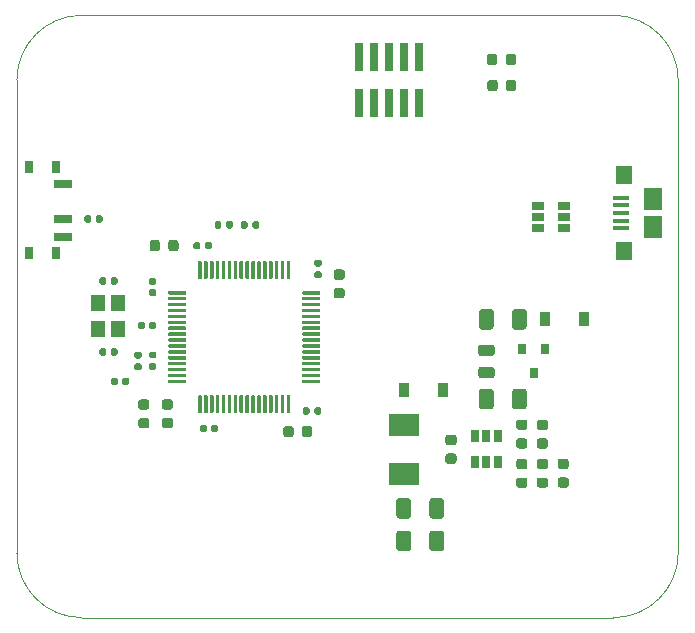
<source format=gbr>
%TF.GenerationSoftware,KiCad,Pcbnew,5.1.10-88a1d61d58~90~ubuntu21.04.1*%
%TF.CreationDate,2021-07-25T10:33:28+05:30*%
%TF.ProjectId,_autosave-STM tinker,5f617574-6f73-4617-9665-2d53544d2074,rev?*%
%TF.SameCoordinates,Original*%
%TF.FileFunction,Paste,Top*%
%TF.FilePolarity,Positive*%
%FSLAX46Y46*%
G04 Gerber Fmt 4.6, Leading zero omitted, Abs format (unit mm)*
G04 Created by KiCad (PCBNEW 5.1.10-88a1d61d58~90~ubuntu21.04.1) date 2021-07-25 10:33:28*
%MOMM*%
%LPD*%
G01*
G04 APERTURE LIST*
%TA.AperFunction,Profile*%
%ADD10C,0.050000*%
%TD*%
%ADD11R,1.500000X0.700000*%
%ADD12R,0.800000X1.000000*%
%ADD13R,0.740000X2.400000*%
%ADD14R,0.900000X1.200000*%
%ADD15R,1.350000X0.400000*%
%ADD16R,1.400000X1.600000*%
%ADD17R,1.600000X1.900000*%
%ADD18R,2.500000X1.900000*%
%ADD19R,0.800000X0.900000*%
%ADD20R,0.650000X1.060000*%
%ADD21R,1.060000X0.650000*%
%ADD22R,1.200000X1.400000*%
G04 APERTURE END LIST*
D10*
X30750000Y-41000000D02*
G75*
G02*
X36250000Y-35500000I5500000J0D01*
G01*
X36250000Y-86500000D02*
G75*
G02*
X30750000Y-81000000I0J5500000D01*
G01*
X86750000Y-81000000D02*
G75*
G02*
X81250000Y-86500000I-5500000J0D01*
G01*
X81250000Y-35500000D02*
G75*
G02*
X86750000Y-41000000I0J-5500000D01*
G01*
X30750000Y-81000000D02*
X30750000Y-41000000D01*
X81250000Y-86500000D02*
X36250000Y-86500000D01*
X86750000Y-41000000D02*
X86750000Y-81000000D01*
X36250000Y-35500000D02*
X81250000Y-35500000D01*
D11*
%TO.C,SW1*%
X34680000Y-49750000D03*
X34680000Y-52750000D03*
X34680000Y-54250000D03*
D12*
X31820000Y-48350000D03*
X31820000Y-55650000D03*
X34030000Y-55650000D03*
X34030000Y-48350000D03*
%TD*%
D13*
%TO.C,J2*%
X59710000Y-42950000D03*
X59710000Y-39050000D03*
X60980000Y-42950000D03*
X60980000Y-39050000D03*
X62250000Y-42950000D03*
X62250000Y-39050000D03*
X63520000Y-42950000D03*
X63520000Y-39050000D03*
X64790000Y-42950000D03*
X64790000Y-39050000D03*
%TD*%
%TO.C,C1*%
G36*
G01*
X69875000Y-68625000D02*
X69875000Y-67375000D01*
G75*
G02*
X70125000Y-67125000I250000J0D01*
G01*
X70875000Y-67125000D01*
G75*
G02*
X71125000Y-67375000I0J-250000D01*
G01*
X71125000Y-68625000D01*
G75*
G02*
X70875000Y-68875000I-250000J0D01*
G01*
X70125000Y-68875000D01*
G75*
G02*
X69875000Y-68625000I0J250000D01*
G01*
G37*
G36*
G01*
X72675000Y-68625000D02*
X72675000Y-67375000D01*
G75*
G02*
X72925000Y-67125000I250000J0D01*
G01*
X73675000Y-67125000D01*
G75*
G02*
X73925000Y-67375000I0J-250000D01*
G01*
X73925000Y-68625000D01*
G75*
G02*
X73675000Y-68875000I-250000J0D01*
G01*
X72925000Y-68875000D01*
G75*
G02*
X72675000Y-68625000I0J250000D01*
G01*
G37*
%TD*%
%TO.C,C2*%
G36*
G01*
X62875000Y-77875000D02*
X62875000Y-76625000D01*
G75*
G02*
X63125000Y-76375000I250000J0D01*
G01*
X63875000Y-76375000D01*
G75*
G02*
X64125000Y-76625000I0J-250000D01*
G01*
X64125000Y-77875000D01*
G75*
G02*
X63875000Y-78125000I-250000J0D01*
G01*
X63125000Y-78125000D01*
G75*
G02*
X62875000Y-77875000I0J250000D01*
G01*
G37*
G36*
G01*
X65675000Y-77875000D02*
X65675000Y-76625000D01*
G75*
G02*
X65925000Y-76375000I250000J0D01*
G01*
X66675000Y-76375000D01*
G75*
G02*
X66925000Y-76625000I0J-250000D01*
G01*
X66925000Y-77875000D01*
G75*
G02*
X66675000Y-78125000I-250000J0D01*
G01*
X65925000Y-78125000D01*
G75*
G02*
X65675000Y-77875000I0J250000D01*
G01*
G37*
%TD*%
%TO.C,C3*%
G36*
G01*
X65675000Y-80625000D02*
X65675000Y-79375000D01*
G75*
G02*
X65925000Y-79125000I250000J0D01*
G01*
X66675000Y-79125000D01*
G75*
G02*
X66925000Y-79375000I0J-250000D01*
G01*
X66925000Y-80625000D01*
G75*
G02*
X66675000Y-80875000I-250000J0D01*
G01*
X65925000Y-80875000D01*
G75*
G02*
X65675000Y-80625000I0J250000D01*
G01*
G37*
G36*
G01*
X62875000Y-80625000D02*
X62875000Y-79375000D01*
G75*
G02*
X63125000Y-79125000I250000J0D01*
G01*
X63875000Y-79125000D01*
G75*
G02*
X64125000Y-79375000I0J-250000D01*
G01*
X64125000Y-80625000D01*
G75*
G02*
X63875000Y-80875000I-250000J0D01*
G01*
X63125000Y-80875000D01*
G75*
G02*
X62875000Y-80625000I0J250000D01*
G01*
G37*
%TD*%
%TO.C,C4*%
G36*
G01*
X67243750Y-71025000D02*
X67756250Y-71025000D01*
G75*
G02*
X67975000Y-71243750I0J-218750D01*
G01*
X67975000Y-71681250D01*
G75*
G02*
X67756250Y-71900000I-218750J0D01*
G01*
X67243750Y-71900000D01*
G75*
G02*
X67025000Y-71681250I0J218750D01*
G01*
X67025000Y-71243750D01*
G75*
G02*
X67243750Y-71025000I218750J0D01*
G01*
G37*
G36*
G01*
X67243750Y-72600000D02*
X67756250Y-72600000D01*
G75*
G02*
X67975000Y-72818750I0J-218750D01*
G01*
X67975000Y-73256250D01*
G75*
G02*
X67756250Y-73475000I-218750J0D01*
G01*
X67243750Y-73475000D01*
G75*
G02*
X67025000Y-73256250I0J218750D01*
G01*
X67025000Y-72818750D01*
G75*
G02*
X67243750Y-72600000I218750J0D01*
G01*
G37*
%TD*%
%TO.C,C5*%
G36*
G01*
X42862500Y-54743750D02*
X42862500Y-55256250D01*
G75*
G02*
X42643750Y-55475000I-218750J0D01*
G01*
X42206250Y-55475000D01*
G75*
G02*
X41987500Y-55256250I0J218750D01*
G01*
X41987500Y-54743750D01*
G75*
G02*
X42206250Y-54525000I218750J0D01*
G01*
X42643750Y-54525000D01*
G75*
G02*
X42862500Y-54743750I0J-218750D01*
G01*
G37*
G36*
G01*
X44437500Y-54743750D02*
X44437500Y-55256250D01*
G75*
G02*
X44218750Y-55475000I-218750J0D01*
G01*
X43781250Y-55475000D01*
G75*
G02*
X43562500Y-55256250I0J218750D01*
G01*
X43562500Y-54743750D01*
G75*
G02*
X43781250Y-54525000I218750J0D01*
G01*
X44218750Y-54525000D01*
G75*
G02*
X44437500Y-54743750I0J-218750D01*
G01*
G37*
%TD*%
%TO.C,C6*%
G36*
G01*
X42422500Y-58325000D02*
X42077500Y-58325000D01*
G75*
G02*
X41930000Y-58177500I0J147500D01*
G01*
X41930000Y-57882500D01*
G75*
G02*
X42077500Y-57735000I147500J0D01*
G01*
X42422500Y-57735000D01*
G75*
G02*
X42570000Y-57882500I0J-147500D01*
G01*
X42570000Y-58177500D01*
G75*
G02*
X42422500Y-58325000I-147500J0D01*
G01*
G37*
G36*
G01*
X42422500Y-59295000D02*
X42077500Y-59295000D01*
G75*
G02*
X41930000Y-59147500I0J147500D01*
G01*
X41930000Y-58852500D01*
G75*
G02*
X42077500Y-58705000I147500J0D01*
G01*
X42422500Y-58705000D01*
G75*
G02*
X42570000Y-58852500I0J-147500D01*
G01*
X42570000Y-59147500D01*
G75*
G02*
X42422500Y-59295000I-147500J0D01*
G01*
G37*
%TD*%
%TO.C,C7*%
G36*
G01*
X47795000Y-70327500D02*
X47795000Y-70672500D01*
G75*
G02*
X47647500Y-70820000I-147500J0D01*
G01*
X47352500Y-70820000D01*
G75*
G02*
X47205000Y-70672500I0J147500D01*
G01*
X47205000Y-70327500D01*
G75*
G02*
X47352500Y-70180000I147500J0D01*
G01*
X47647500Y-70180000D01*
G75*
G02*
X47795000Y-70327500I0J-147500D01*
G01*
G37*
G36*
G01*
X46825000Y-70327500D02*
X46825000Y-70672500D01*
G75*
G02*
X46677500Y-70820000I-147500J0D01*
G01*
X46382500Y-70820000D01*
G75*
G02*
X46235000Y-70672500I0J147500D01*
G01*
X46235000Y-70327500D01*
G75*
G02*
X46382500Y-70180000I147500J0D01*
G01*
X46677500Y-70180000D01*
G75*
G02*
X46825000Y-70327500I0J-147500D01*
G01*
G37*
%TD*%
%TO.C,C8*%
G36*
G01*
X55925000Y-69172500D02*
X55925000Y-68827500D01*
G75*
G02*
X56072500Y-68680000I147500J0D01*
G01*
X56367500Y-68680000D01*
G75*
G02*
X56515000Y-68827500I0J-147500D01*
G01*
X56515000Y-69172500D01*
G75*
G02*
X56367500Y-69320000I-147500J0D01*
G01*
X56072500Y-69320000D01*
G75*
G02*
X55925000Y-69172500I0J147500D01*
G01*
G37*
G36*
G01*
X54955000Y-69172500D02*
X54955000Y-68827500D01*
G75*
G02*
X55102500Y-68680000I147500J0D01*
G01*
X55397500Y-68680000D01*
G75*
G02*
X55545000Y-68827500I0J-147500D01*
G01*
X55545000Y-69172500D01*
G75*
G02*
X55397500Y-69320000I-147500J0D01*
G01*
X55102500Y-69320000D01*
G75*
G02*
X54955000Y-69172500I0J147500D01*
G01*
G37*
%TD*%
%TO.C,C9*%
G36*
G01*
X56422500Y-57765000D02*
X56077500Y-57765000D01*
G75*
G02*
X55930000Y-57617500I0J147500D01*
G01*
X55930000Y-57322500D01*
G75*
G02*
X56077500Y-57175000I147500J0D01*
G01*
X56422500Y-57175000D01*
G75*
G02*
X56570000Y-57322500I0J-147500D01*
G01*
X56570000Y-57617500D01*
G75*
G02*
X56422500Y-57765000I-147500J0D01*
G01*
G37*
G36*
G01*
X56422500Y-56795000D02*
X56077500Y-56795000D01*
G75*
G02*
X55930000Y-56647500I0J147500D01*
G01*
X55930000Y-56352500D01*
G75*
G02*
X56077500Y-56205000I147500J0D01*
G01*
X56422500Y-56205000D01*
G75*
G02*
X56570000Y-56352500I0J-147500D01*
G01*
X56570000Y-56647500D01*
G75*
G02*
X56422500Y-56795000I-147500J0D01*
G01*
G37*
%TD*%
%TO.C,C10*%
G36*
G01*
X46675000Y-55172500D02*
X46675000Y-54827500D01*
G75*
G02*
X46822500Y-54680000I147500J0D01*
G01*
X47117500Y-54680000D01*
G75*
G02*
X47265000Y-54827500I0J-147500D01*
G01*
X47265000Y-55172500D01*
G75*
G02*
X47117500Y-55320000I-147500J0D01*
G01*
X46822500Y-55320000D01*
G75*
G02*
X46675000Y-55172500I0J147500D01*
G01*
G37*
G36*
G01*
X45705000Y-55172500D02*
X45705000Y-54827500D01*
G75*
G02*
X45852500Y-54680000I147500J0D01*
G01*
X46147500Y-54680000D01*
G75*
G02*
X46295000Y-54827500I0J-147500D01*
G01*
X46295000Y-55172500D01*
G75*
G02*
X46147500Y-55320000I-147500J0D01*
G01*
X45852500Y-55320000D01*
G75*
G02*
X45705000Y-55172500I0J147500D01*
G01*
G37*
%TD*%
%TO.C,C11*%
G36*
G01*
X41172500Y-65545000D02*
X40827500Y-65545000D01*
G75*
G02*
X40680000Y-65397500I0J147500D01*
G01*
X40680000Y-65102500D01*
G75*
G02*
X40827500Y-64955000I147500J0D01*
G01*
X41172500Y-64955000D01*
G75*
G02*
X41320000Y-65102500I0J-147500D01*
G01*
X41320000Y-65397500D01*
G75*
G02*
X41172500Y-65545000I-147500J0D01*
G01*
G37*
G36*
G01*
X41172500Y-64575000D02*
X40827500Y-64575000D01*
G75*
G02*
X40680000Y-64427500I0J147500D01*
G01*
X40680000Y-64132500D01*
G75*
G02*
X40827500Y-63985000I147500J0D01*
G01*
X41172500Y-63985000D01*
G75*
G02*
X41320000Y-64132500I0J-147500D01*
G01*
X41320000Y-64427500D01*
G75*
G02*
X41172500Y-64575000I-147500J0D01*
G01*
G37*
%TD*%
%TO.C,C12*%
G36*
G01*
X42422500Y-65530000D02*
X42077500Y-65530000D01*
G75*
G02*
X41930000Y-65382500I0J147500D01*
G01*
X41930000Y-65087500D01*
G75*
G02*
X42077500Y-64940000I147500J0D01*
G01*
X42422500Y-64940000D01*
G75*
G02*
X42570000Y-65087500I0J-147500D01*
G01*
X42570000Y-65382500D01*
G75*
G02*
X42422500Y-65530000I-147500J0D01*
G01*
G37*
G36*
G01*
X42422500Y-64560000D02*
X42077500Y-64560000D01*
G75*
G02*
X41930000Y-64412500I0J147500D01*
G01*
X41930000Y-64117500D01*
G75*
G02*
X42077500Y-63970000I147500J0D01*
G01*
X42422500Y-63970000D01*
G75*
G02*
X42570000Y-64117500I0J-147500D01*
G01*
X42570000Y-64412500D01*
G75*
G02*
X42422500Y-64560000I-147500J0D01*
G01*
G37*
%TD*%
%TO.C,C13*%
G36*
G01*
X53312500Y-71006250D02*
X53312500Y-70493750D01*
G75*
G02*
X53531250Y-70275000I218750J0D01*
G01*
X53968750Y-70275000D01*
G75*
G02*
X54187500Y-70493750I0J-218750D01*
G01*
X54187500Y-71006250D01*
G75*
G02*
X53968750Y-71225000I-218750J0D01*
G01*
X53531250Y-71225000D01*
G75*
G02*
X53312500Y-71006250I0J218750D01*
G01*
G37*
G36*
G01*
X54887500Y-71006250D02*
X54887500Y-70493750D01*
G75*
G02*
X55106250Y-70275000I218750J0D01*
G01*
X55543750Y-70275000D01*
G75*
G02*
X55762500Y-70493750I0J-218750D01*
G01*
X55762500Y-71006250D01*
G75*
G02*
X55543750Y-71225000I-218750J0D01*
G01*
X55106250Y-71225000D01*
G75*
G02*
X54887500Y-71006250I0J218750D01*
G01*
G37*
%TD*%
%TO.C,C14*%
G36*
G01*
X58293750Y-57900000D02*
X57781250Y-57900000D01*
G75*
G02*
X57562500Y-57681250I0J218750D01*
G01*
X57562500Y-57243750D01*
G75*
G02*
X57781250Y-57025000I218750J0D01*
G01*
X58293750Y-57025000D01*
G75*
G02*
X58512500Y-57243750I0J-218750D01*
G01*
X58512500Y-57681250D01*
G75*
G02*
X58293750Y-57900000I-218750J0D01*
G01*
G37*
G36*
G01*
X58293750Y-59475000D02*
X57781250Y-59475000D01*
G75*
G02*
X57562500Y-59256250I0J218750D01*
G01*
X57562500Y-58818750D01*
G75*
G02*
X57781250Y-58600000I218750J0D01*
G01*
X58293750Y-58600000D01*
G75*
G02*
X58512500Y-58818750I0J-218750D01*
G01*
X58512500Y-59256250D01*
G75*
G02*
X58293750Y-59475000I-218750J0D01*
G01*
G37*
%TD*%
%TO.C,C15*%
G36*
G01*
X38690000Y-58172500D02*
X38690000Y-57827500D01*
G75*
G02*
X38837500Y-57680000I147500J0D01*
G01*
X39132500Y-57680000D01*
G75*
G02*
X39280000Y-57827500I0J-147500D01*
G01*
X39280000Y-58172500D01*
G75*
G02*
X39132500Y-58320000I-147500J0D01*
G01*
X38837500Y-58320000D01*
G75*
G02*
X38690000Y-58172500I0J147500D01*
G01*
G37*
G36*
G01*
X37720000Y-58172500D02*
X37720000Y-57827500D01*
G75*
G02*
X37867500Y-57680000I147500J0D01*
G01*
X38162500Y-57680000D01*
G75*
G02*
X38310000Y-57827500I0J-147500D01*
G01*
X38310000Y-58172500D01*
G75*
G02*
X38162500Y-58320000I-147500J0D01*
G01*
X37867500Y-58320000D01*
G75*
G02*
X37720000Y-58172500I0J147500D01*
G01*
G37*
%TD*%
%TO.C,C16*%
G36*
G01*
X39280000Y-63827500D02*
X39280000Y-64172500D01*
G75*
G02*
X39132500Y-64320000I-147500J0D01*
G01*
X38837500Y-64320000D01*
G75*
G02*
X38690000Y-64172500I0J147500D01*
G01*
X38690000Y-63827500D01*
G75*
G02*
X38837500Y-63680000I147500J0D01*
G01*
X39132500Y-63680000D01*
G75*
G02*
X39280000Y-63827500I0J-147500D01*
G01*
G37*
G36*
G01*
X38310000Y-63827500D02*
X38310000Y-64172500D01*
G75*
G02*
X38162500Y-64320000I-147500J0D01*
G01*
X37867500Y-64320000D01*
G75*
G02*
X37720000Y-64172500I0J147500D01*
G01*
X37720000Y-63827500D01*
G75*
G02*
X37867500Y-63680000I147500J0D01*
G01*
X38162500Y-63680000D01*
G75*
G02*
X38310000Y-63827500I0J-147500D01*
G01*
G37*
%TD*%
D14*
%TO.C,D1*%
X78800000Y-61250000D03*
X75500000Y-61250000D03*
%TD*%
%TO.C,D2*%
X63500000Y-67250000D03*
X66800000Y-67250000D03*
%TD*%
%TO.C,D3*%
G36*
G01*
X71437500Y-38993750D02*
X71437500Y-39506250D01*
G75*
G02*
X71218750Y-39725000I-218750J0D01*
G01*
X70781250Y-39725000D01*
G75*
G02*
X70562500Y-39506250I0J218750D01*
G01*
X70562500Y-38993750D01*
G75*
G02*
X70781250Y-38775000I218750J0D01*
G01*
X71218750Y-38775000D01*
G75*
G02*
X71437500Y-38993750I0J-218750D01*
G01*
G37*
G36*
G01*
X73012500Y-38993750D02*
X73012500Y-39506250D01*
G75*
G02*
X72793750Y-39725000I-218750J0D01*
G01*
X72356250Y-39725000D01*
G75*
G02*
X72137500Y-39506250I0J218750D01*
G01*
X72137500Y-38993750D01*
G75*
G02*
X72356250Y-38775000I218750J0D01*
G01*
X72793750Y-38775000D01*
G75*
G02*
X73012500Y-38993750I0J-218750D01*
G01*
G37*
%TD*%
%TO.C,D4*%
G36*
G01*
X43756250Y-70475000D02*
X43243750Y-70475000D01*
G75*
G02*
X43025000Y-70256250I0J218750D01*
G01*
X43025000Y-69818750D01*
G75*
G02*
X43243750Y-69600000I218750J0D01*
G01*
X43756250Y-69600000D01*
G75*
G02*
X43975000Y-69818750I0J-218750D01*
G01*
X43975000Y-70256250D01*
G75*
G02*
X43756250Y-70475000I-218750J0D01*
G01*
G37*
G36*
G01*
X43756250Y-68900000D02*
X43243750Y-68900000D01*
G75*
G02*
X43025000Y-68681250I0J218750D01*
G01*
X43025000Y-68243750D01*
G75*
G02*
X43243750Y-68025000I218750J0D01*
G01*
X43756250Y-68025000D01*
G75*
G02*
X43975000Y-68243750I0J-218750D01*
G01*
X43975000Y-68681250D01*
G75*
G02*
X43756250Y-68900000I-218750J0D01*
G01*
G37*
%TD*%
%TO.C,F1*%
G36*
G01*
X69875000Y-61875000D02*
X69875000Y-60625000D01*
G75*
G02*
X70125000Y-60375000I250000J0D01*
G01*
X70875000Y-60375000D01*
G75*
G02*
X71125000Y-60625000I0J-250000D01*
G01*
X71125000Y-61875000D01*
G75*
G02*
X70875000Y-62125000I-250000J0D01*
G01*
X70125000Y-62125000D01*
G75*
G02*
X69875000Y-61875000I0J250000D01*
G01*
G37*
G36*
G01*
X72675000Y-61875000D02*
X72675000Y-60625000D01*
G75*
G02*
X72925000Y-60375000I250000J0D01*
G01*
X73675000Y-60375000D01*
G75*
G02*
X73925000Y-60625000I0J-250000D01*
G01*
X73925000Y-61875000D01*
G75*
G02*
X73675000Y-62125000I-250000J0D01*
G01*
X72925000Y-62125000D01*
G75*
G02*
X72675000Y-61875000I0J250000D01*
G01*
G37*
%TD*%
%TO.C,FB1*%
G36*
G01*
X70956250Y-66237500D02*
X70043750Y-66237500D01*
G75*
G02*
X69800000Y-65993750I0J243750D01*
G01*
X69800000Y-65506250D01*
G75*
G02*
X70043750Y-65262500I243750J0D01*
G01*
X70956250Y-65262500D01*
G75*
G02*
X71200000Y-65506250I0J-243750D01*
G01*
X71200000Y-65993750D01*
G75*
G02*
X70956250Y-66237500I-243750J0D01*
G01*
G37*
G36*
G01*
X70956250Y-64362500D02*
X70043750Y-64362500D01*
G75*
G02*
X69800000Y-64118750I0J243750D01*
G01*
X69800000Y-63631250D01*
G75*
G02*
X70043750Y-63387500I243750J0D01*
G01*
X70956250Y-63387500D01*
G75*
G02*
X71200000Y-63631250I0J-243750D01*
G01*
X71200000Y-64118750D01*
G75*
G02*
X70956250Y-64362500I-243750J0D01*
G01*
G37*
%TD*%
D15*
%TO.C,J5*%
X81900000Y-53550000D03*
X81900000Y-52900000D03*
X81900000Y-52250000D03*
X81900000Y-51600000D03*
X81900000Y-50950000D03*
D16*
X82125000Y-55450000D03*
D17*
X84575000Y-53450000D03*
X84575000Y-51050000D03*
D16*
X82125000Y-49050000D03*
%TD*%
D18*
%TO.C,L1*%
X63500000Y-70200000D03*
X63500000Y-74300000D03*
%TD*%
%TO.C,L2*%
G36*
G01*
X38720000Y-66672500D02*
X38720000Y-66327500D01*
G75*
G02*
X38867500Y-66180000I147500J0D01*
G01*
X39162500Y-66180000D01*
G75*
G02*
X39310000Y-66327500I0J-147500D01*
G01*
X39310000Y-66672500D01*
G75*
G02*
X39162500Y-66820000I-147500J0D01*
G01*
X38867500Y-66820000D01*
G75*
G02*
X38720000Y-66672500I0J147500D01*
G01*
G37*
G36*
G01*
X39690000Y-66672500D02*
X39690000Y-66327500D01*
G75*
G02*
X39837500Y-66180000I147500J0D01*
G01*
X40132500Y-66180000D01*
G75*
G02*
X40280000Y-66327500I0J-147500D01*
G01*
X40280000Y-66672500D01*
G75*
G02*
X40132500Y-66820000I-147500J0D01*
G01*
X39837500Y-66820000D01*
G75*
G02*
X39690000Y-66672500I0J147500D01*
G01*
G37*
%TD*%
D19*
%TO.C,Q1*%
X75450000Y-63750000D03*
X73550000Y-63750000D03*
X74500000Y-65750000D03*
%TD*%
%TO.C,R1*%
G36*
G01*
X73243750Y-71312500D02*
X73756250Y-71312500D01*
G75*
G02*
X73975000Y-71531250I0J-218750D01*
G01*
X73975000Y-71968750D01*
G75*
G02*
X73756250Y-72187500I-218750J0D01*
G01*
X73243750Y-72187500D01*
G75*
G02*
X73025000Y-71968750I0J218750D01*
G01*
X73025000Y-71531250D01*
G75*
G02*
X73243750Y-71312500I218750J0D01*
G01*
G37*
G36*
G01*
X73243750Y-69737500D02*
X73756250Y-69737500D01*
G75*
G02*
X73975000Y-69956250I0J-218750D01*
G01*
X73975000Y-70393750D01*
G75*
G02*
X73756250Y-70612500I-218750J0D01*
G01*
X73243750Y-70612500D01*
G75*
G02*
X73025000Y-70393750I0J218750D01*
G01*
X73025000Y-69956250D01*
G75*
G02*
X73243750Y-69737500I218750J0D01*
G01*
G37*
%TD*%
%TO.C,R2*%
G36*
G01*
X75506250Y-72187500D02*
X74993750Y-72187500D01*
G75*
G02*
X74775000Y-71968750I0J218750D01*
G01*
X74775000Y-71531250D01*
G75*
G02*
X74993750Y-71312500I218750J0D01*
G01*
X75506250Y-71312500D01*
G75*
G02*
X75725000Y-71531250I0J-218750D01*
G01*
X75725000Y-71968750D01*
G75*
G02*
X75506250Y-72187500I-218750J0D01*
G01*
G37*
G36*
G01*
X75506250Y-70612500D02*
X74993750Y-70612500D01*
G75*
G02*
X74775000Y-70393750I0J218750D01*
G01*
X74775000Y-69956250D01*
G75*
G02*
X74993750Y-69737500I218750J0D01*
G01*
X75506250Y-69737500D01*
G75*
G02*
X75725000Y-69956250I0J-218750D01*
G01*
X75725000Y-70393750D01*
G75*
G02*
X75506250Y-70612500I-218750J0D01*
G01*
G37*
%TD*%
%TO.C,R3*%
G36*
G01*
X73756250Y-75512500D02*
X73243750Y-75512500D01*
G75*
G02*
X73025000Y-75293750I0J218750D01*
G01*
X73025000Y-74856250D01*
G75*
G02*
X73243750Y-74637500I218750J0D01*
G01*
X73756250Y-74637500D01*
G75*
G02*
X73975000Y-74856250I0J-218750D01*
G01*
X73975000Y-75293750D01*
G75*
G02*
X73756250Y-75512500I-218750J0D01*
G01*
G37*
G36*
G01*
X73756250Y-73937500D02*
X73243750Y-73937500D01*
G75*
G02*
X73025000Y-73718750I0J218750D01*
G01*
X73025000Y-73281250D01*
G75*
G02*
X73243750Y-73062500I218750J0D01*
G01*
X73756250Y-73062500D01*
G75*
G02*
X73975000Y-73281250I0J-218750D01*
G01*
X73975000Y-73718750D01*
G75*
G02*
X73756250Y-73937500I-218750J0D01*
G01*
G37*
%TD*%
%TO.C,R4*%
G36*
G01*
X74993750Y-73062500D02*
X75506250Y-73062500D01*
G75*
G02*
X75725000Y-73281250I0J-218750D01*
G01*
X75725000Y-73718750D01*
G75*
G02*
X75506250Y-73937500I-218750J0D01*
G01*
X74993750Y-73937500D01*
G75*
G02*
X74775000Y-73718750I0J218750D01*
G01*
X74775000Y-73281250D01*
G75*
G02*
X74993750Y-73062500I218750J0D01*
G01*
G37*
G36*
G01*
X74993750Y-74637500D02*
X75506250Y-74637500D01*
G75*
G02*
X75725000Y-74856250I0J-218750D01*
G01*
X75725000Y-75293750D01*
G75*
G02*
X75506250Y-75512500I-218750J0D01*
G01*
X74993750Y-75512500D01*
G75*
G02*
X74775000Y-75293750I0J218750D01*
G01*
X74775000Y-74856250D01*
G75*
G02*
X74993750Y-74637500I218750J0D01*
G01*
G37*
%TD*%
%TO.C,R5*%
G36*
G01*
X77256250Y-73925000D02*
X76743750Y-73925000D01*
G75*
G02*
X76525000Y-73706250I0J218750D01*
G01*
X76525000Y-73268750D01*
G75*
G02*
X76743750Y-73050000I218750J0D01*
G01*
X77256250Y-73050000D01*
G75*
G02*
X77475000Y-73268750I0J-218750D01*
G01*
X77475000Y-73706250D01*
G75*
G02*
X77256250Y-73925000I-218750J0D01*
G01*
G37*
G36*
G01*
X77256250Y-75500000D02*
X76743750Y-75500000D01*
G75*
G02*
X76525000Y-75281250I0J218750D01*
G01*
X76525000Y-74843750D01*
G75*
G02*
X76743750Y-74625000I218750J0D01*
G01*
X77256250Y-74625000D01*
G75*
G02*
X77475000Y-74843750I0J-218750D01*
G01*
X77475000Y-75281250D01*
G75*
G02*
X77256250Y-75500000I-218750J0D01*
G01*
G37*
%TD*%
%TO.C,R6*%
G36*
G01*
X72162500Y-41706250D02*
X72162500Y-41193750D01*
G75*
G02*
X72381250Y-40975000I218750J0D01*
G01*
X72818750Y-40975000D01*
G75*
G02*
X73037500Y-41193750I0J-218750D01*
G01*
X73037500Y-41706250D01*
G75*
G02*
X72818750Y-41925000I-218750J0D01*
G01*
X72381250Y-41925000D01*
G75*
G02*
X72162500Y-41706250I0J218750D01*
G01*
G37*
G36*
G01*
X70587500Y-41706250D02*
X70587500Y-41193750D01*
G75*
G02*
X70806250Y-40975000I218750J0D01*
G01*
X71243750Y-40975000D01*
G75*
G02*
X71462500Y-41193750I0J-218750D01*
G01*
X71462500Y-41706250D01*
G75*
G02*
X71243750Y-41925000I-218750J0D01*
G01*
X70806250Y-41925000D01*
G75*
G02*
X70587500Y-41706250I0J218750D01*
G01*
G37*
%TD*%
%TO.C,R7*%
G36*
G01*
X37425000Y-52922500D02*
X37425000Y-52577500D01*
G75*
G02*
X37572500Y-52430000I147500J0D01*
G01*
X37867500Y-52430000D01*
G75*
G02*
X38015000Y-52577500I0J-147500D01*
G01*
X38015000Y-52922500D01*
G75*
G02*
X37867500Y-53070000I-147500J0D01*
G01*
X37572500Y-53070000D01*
G75*
G02*
X37425000Y-52922500I0J147500D01*
G01*
G37*
G36*
G01*
X36455000Y-52922500D02*
X36455000Y-52577500D01*
G75*
G02*
X36602500Y-52430000I147500J0D01*
G01*
X36897500Y-52430000D01*
G75*
G02*
X37045000Y-52577500I0J-147500D01*
G01*
X37045000Y-52922500D01*
G75*
G02*
X36897500Y-53070000I-147500J0D01*
G01*
X36602500Y-53070000D01*
G75*
G02*
X36455000Y-52922500I0J147500D01*
G01*
G37*
%TD*%
%TO.C,R8*%
G36*
G01*
X42545000Y-61577500D02*
X42545000Y-61922500D01*
G75*
G02*
X42397500Y-62070000I-147500J0D01*
G01*
X42102500Y-62070000D01*
G75*
G02*
X41955000Y-61922500I0J147500D01*
G01*
X41955000Y-61577500D01*
G75*
G02*
X42102500Y-61430000I147500J0D01*
G01*
X42397500Y-61430000D01*
G75*
G02*
X42545000Y-61577500I0J-147500D01*
G01*
G37*
G36*
G01*
X41575000Y-61577500D02*
X41575000Y-61922500D01*
G75*
G02*
X41427500Y-62070000I-147500J0D01*
G01*
X41132500Y-62070000D01*
G75*
G02*
X40985000Y-61922500I0J147500D01*
G01*
X40985000Y-61577500D01*
G75*
G02*
X41132500Y-61430000I147500J0D01*
G01*
X41427500Y-61430000D01*
G75*
G02*
X41575000Y-61577500I0J-147500D01*
G01*
G37*
%TD*%
%TO.C,R9*%
G36*
G01*
X41243750Y-68025000D02*
X41756250Y-68025000D01*
G75*
G02*
X41975000Y-68243750I0J-218750D01*
G01*
X41975000Y-68681250D01*
G75*
G02*
X41756250Y-68900000I-218750J0D01*
G01*
X41243750Y-68900000D01*
G75*
G02*
X41025000Y-68681250I0J218750D01*
G01*
X41025000Y-68243750D01*
G75*
G02*
X41243750Y-68025000I218750J0D01*
G01*
G37*
G36*
G01*
X41243750Y-69600000D02*
X41756250Y-69600000D01*
G75*
G02*
X41975000Y-69818750I0J-218750D01*
G01*
X41975000Y-70256250D01*
G75*
G02*
X41756250Y-70475000I-218750J0D01*
G01*
X41243750Y-70475000D01*
G75*
G02*
X41025000Y-70256250I0J218750D01*
G01*
X41025000Y-69818750D01*
G75*
G02*
X41243750Y-69600000I218750J0D01*
G01*
G37*
%TD*%
%TO.C,R10*%
G36*
G01*
X50295000Y-53077500D02*
X50295000Y-53422500D01*
G75*
G02*
X50147500Y-53570000I-147500J0D01*
G01*
X49852500Y-53570000D01*
G75*
G02*
X49705000Y-53422500I0J147500D01*
G01*
X49705000Y-53077500D01*
G75*
G02*
X49852500Y-52930000I147500J0D01*
G01*
X50147500Y-52930000D01*
G75*
G02*
X50295000Y-53077500I0J-147500D01*
G01*
G37*
G36*
G01*
X51265000Y-53077500D02*
X51265000Y-53422500D01*
G75*
G02*
X51117500Y-53570000I-147500J0D01*
G01*
X50822500Y-53570000D01*
G75*
G02*
X50675000Y-53422500I0J147500D01*
G01*
X50675000Y-53077500D01*
G75*
G02*
X50822500Y-52930000I147500J0D01*
G01*
X51117500Y-52930000D01*
G75*
G02*
X51265000Y-53077500I0J-147500D01*
G01*
G37*
%TD*%
%TO.C,R11*%
G36*
G01*
X47485000Y-53422500D02*
X47485000Y-53077500D01*
G75*
G02*
X47632500Y-52930000I147500J0D01*
G01*
X47927500Y-52930000D01*
G75*
G02*
X48075000Y-53077500I0J-147500D01*
G01*
X48075000Y-53422500D01*
G75*
G02*
X47927500Y-53570000I-147500J0D01*
G01*
X47632500Y-53570000D01*
G75*
G02*
X47485000Y-53422500I0J147500D01*
G01*
G37*
G36*
G01*
X48455000Y-53422500D02*
X48455000Y-53077500D01*
G75*
G02*
X48602500Y-52930000I147500J0D01*
G01*
X48897500Y-52930000D01*
G75*
G02*
X49045000Y-53077500I0J-147500D01*
G01*
X49045000Y-53422500D01*
G75*
G02*
X48897500Y-53570000I-147500J0D01*
G01*
X48602500Y-53570000D01*
G75*
G02*
X48455000Y-53422500I0J147500D01*
G01*
G37*
%TD*%
D20*
%TO.C,U1*%
X69550000Y-73350000D03*
X70500000Y-73350000D03*
X71450000Y-73350000D03*
X71450000Y-71150000D03*
X69550000Y-71150000D03*
X70500000Y-71150000D03*
%TD*%
%TO.C,U2*%
G36*
G01*
X43550000Y-59075000D02*
X43550000Y-58925000D01*
G75*
G02*
X43625000Y-58850000I75000J0D01*
G01*
X45025000Y-58850000D01*
G75*
G02*
X45100000Y-58925000I0J-75000D01*
G01*
X45100000Y-59075000D01*
G75*
G02*
X45025000Y-59150000I-75000J0D01*
G01*
X43625000Y-59150000D01*
G75*
G02*
X43550000Y-59075000I0J75000D01*
G01*
G37*
G36*
G01*
X43550000Y-59575000D02*
X43550000Y-59425000D01*
G75*
G02*
X43625000Y-59350000I75000J0D01*
G01*
X45025000Y-59350000D01*
G75*
G02*
X45100000Y-59425000I0J-75000D01*
G01*
X45100000Y-59575000D01*
G75*
G02*
X45025000Y-59650000I-75000J0D01*
G01*
X43625000Y-59650000D01*
G75*
G02*
X43550000Y-59575000I0J75000D01*
G01*
G37*
G36*
G01*
X43550000Y-60075000D02*
X43550000Y-59925000D01*
G75*
G02*
X43625000Y-59850000I75000J0D01*
G01*
X45025000Y-59850000D01*
G75*
G02*
X45100000Y-59925000I0J-75000D01*
G01*
X45100000Y-60075000D01*
G75*
G02*
X45025000Y-60150000I-75000J0D01*
G01*
X43625000Y-60150000D01*
G75*
G02*
X43550000Y-60075000I0J75000D01*
G01*
G37*
G36*
G01*
X43550000Y-60575000D02*
X43550000Y-60425000D01*
G75*
G02*
X43625000Y-60350000I75000J0D01*
G01*
X45025000Y-60350000D01*
G75*
G02*
X45100000Y-60425000I0J-75000D01*
G01*
X45100000Y-60575000D01*
G75*
G02*
X45025000Y-60650000I-75000J0D01*
G01*
X43625000Y-60650000D01*
G75*
G02*
X43550000Y-60575000I0J75000D01*
G01*
G37*
G36*
G01*
X43550000Y-61075000D02*
X43550000Y-60925000D01*
G75*
G02*
X43625000Y-60850000I75000J0D01*
G01*
X45025000Y-60850000D01*
G75*
G02*
X45100000Y-60925000I0J-75000D01*
G01*
X45100000Y-61075000D01*
G75*
G02*
X45025000Y-61150000I-75000J0D01*
G01*
X43625000Y-61150000D01*
G75*
G02*
X43550000Y-61075000I0J75000D01*
G01*
G37*
G36*
G01*
X43550000Y-61575000D02*
X43550000Y-61425000D01*
G75*
G02*
X43625000Y-61350000I75000J0D01*
G01*
X45025000Y-61350000D01*
G75*
G02*
X45100000Y-61425000I0J-75000D01*
G01*
X45100000Y-61575000D01*
G75*
G02*
X45025000Y-61650000I-75000J0D01*
G01*
X43625000Y-61650000D01*
G75*
G02*
X43550000Y-61575000I0J75000D01*
G01*
G37*
G36*
G01*
X43550000Y-62075000D02*
X43550000Y-61925000D01*
G75*
G02*
X43625000Y-61850000I75000J0D01*
G01*
X45025000Y-61850000D01*
G75*
G02*
X45100000Y-61925000I0J-75000D01*
G01*
X45100000Y-62075000D01*
G75*
G02*
X45025000Y-62150000I-75000J0D01*
G01*
X43625000Y-62150000D01*
G75*
G02*
X43550000Y-62075000I0J75000D01*
G01*
G37*
G36*
G01*
X43550000Y-62575000D02*
X43550000Y-62425000D01*
G75*
G02*
X43625000Y-62350000I75000J0D01*
G01*
X45025000Y-62350000D01*
G75*
G02*
X45100000Y-62425000I0J-75000D01*
G01*
X45100000Y-62575000D01*
G75*
G02*
X45025000Y-62650000I-75000J0D01*
G01*
X43625000Y-62650000D01*
G75*
G02*
X43550000Y-62575000I0J75000D01*
G01*
G37*
G36*
G01*
X43550000Y-63075000D02*
X43550000Y-62925000D01*
G75*
G02*
X43625000Y-62850000I75000J0D01*
G01*
X45025000Y-62850000D01*
G75*
G02*
X45100000Y-62925000I0J-75000D01*
G01*
X45100000Y-63075000D01*
G75*
G02*
X45025000Y-63150000I-75000J0D01*
G01*
X43625000Y-63150000D01*
G75*
G02*
X43550000Y-63075000I0J75000D01*
G01*
G37*
G36*
G01*
X43550000Y-63575000D02*
X43550000Y-63425000D01*
G75*
G02*
X43625000Y-63350000I75000J0D01*
G01*
X45025000Y-63350000D01*
G75*
G02*
X45100000Y-63425000I0J-75000D01*
G01*
X45100000Y-63575000D01*
G75*
G02*
X45025000Y-63650000I-75000J0D01*
G01*
X43625000Y-63650000D01*
G75*
G02*
X43550000Y-63575000I0J75000D01*
G01*
G37*
G36*
G01*
X43550000Y-64075000D02*
X43550000Y-63925000D01*
G75*
G02*
X43625000Y-63850000I75000J0D01*
G01*
X45025000Y-63850000D01*
G75*
G02*
X45100000Y-63925000I0J-75000D01*
G01*
X45100000Y-64075000D01*
G75*
G02*
X45025000Y-64150000I-75000J0D01*
G01*
X43625000Y-64150000D01*
G75*
G02*
X43550000Y-64075000I0J75000D01*
G01*
G37*
G36*
G01*
X43550000Y-64575000D02*
X43550000Y-64425000D01*
G75*
G02*
X43625000Y-64350000I75000J0D01*
G01*
X45025000Y-64350000D01*
G75*
G02*
X45100000Y-64425000I0J-75000D01*
G01*
X45100000Y-64575000D01*
G75*
G02*
X45025000Y-64650000I-75000J0D01*
G01*
X43625000Y-64650000D01*
G75*
G02*
X43550000Y-64575000I0J75000D01*
G01*
G37*
G36*
G01*
X43550000Y-65075000D02*
X43550000Y-64925000D01*
G75*
G02*
X43625000Y-64850000I75000J0D01*
G01*
X45025000Y-64850000D01*
G75*
G02*
X45100000Y-64925000I0J-75000D01*
G01*
X45100000Y-65075000D01*
G75*
G02*
X45025000Y-65150000I-75000J0D01*
G01*
X43625000Y-65150000D01*
G75*
G02*
X43550000Y-65075000I0J75000D01*
G01*
G37*
G36*
G01*
X43550000Y-65575000D02*
X43550000Y-65425000D01*
G75*
G02*
X43625000Y-65350000I75000J0D01*
G01*
X45025000Y-65350000D01*
G75*
G02*
X45100000Y-65425000I0J-75000D01*
G01*
X45100000Y-65575000D01*
G75*
G02*
X45025000Y-65650000I-75000J0D01*
G01*
X43625000Y-65650000D01*
G75*
G02*
X43550000Y-65575000I0J75000D01*
G01*
G37*
G36*
G01*
X43550000Y-66075000D02*
X43550000Y-65925000D01*
G75*
G02*
X43625000Y-65850000I75000J0D01*
G01*
X45025000Y-65850000D01*
G75*
G02*
X45100000Y-65925000I0J-75000D01*
G01*
X45100000Y-66075000D01*
G75*
G02*
X45025000Y-66150000I-75000J0D01*
G01*
X43625000Y-66150000D01*
G75*
G02*
X43550000Y-66075000I0J75000D01*
G01*
G37*
G36*
G01*
X43550000Y-66575000D02*
X43550000Y-66425000D01*
G75*
G02*
X43625000Y-66350000I75000J0D01*
G01*
X45025000Y-66350000D01*
G75*
G02*
X45100000Y-66425000I0J-75000D01*
G01*
X45100000Y-66575000D01*
G75*
G02*
X45025000Y-66650000I-75000J0D01*
G01*
X43625000Y-66650000D01*
G75*
G02*
X43550000Y-66575000I0J75000D01*
G01*
G37*
G36*
G01*
X46100000Y-69125000D02*
X46100000Y-67725000D01*
G75*
G02*
X46175000Y-67650000I75000J0D01*
G01*
X46325000Y-67650000D01*
G75*
G02*
X46400000Y-67725000I0J-75000D01*
G01*
X46400000Y-69125000D01*
G75*
G02*
X46325000Y-69200000I-75000J0D01*
G01*
X46175000Y-69200000D01*
G75*
G02*
X46100000Y-69125000I0J75000D01*
G01*
G37*
G36*
G01*
X46600000Y-69125000D02*
X46600000Y-67725000D01*
G75*
G02*
X46675000Y-67650000I75000J0D01*
G01*
X46825000Y-67650000D01*
G75*
G02*
X46900000Y-67725000I0J-75000D01*
G01*
X46900000Y-69125000D01*
G75*
G02*
X46825000Y-69200000I-75000J0D01*
G01*
X46675000Y-69200000D01*
G75*
G02*
X46600000Y-69125000I0J75000D01*
G01*
G37*
G36*
G01*
X47100000Y-69125000D02*
X47100000Y-67725000D01*
G75*
G02*
X47175000Y-67650000I75000J0D01*
G01*
X47325000Y-67650000D01*
G75*
G02*
X47400000Y-67725000I0J-75000D01*
G01*
X47400000Y-69125000D01*
G75*
G02*
X47325000Y-69200000I-75000J0D01*
G01*
X47175000Y-69200000D01*
G75*
G02*
X47100000Y-69125000I0J75000D01*
G01*
G37*
G36*
G01*
X47600000Y-69125000D02*
X47600000Y-67725000D01*
G75*
G02*
X47675000Y-67650000I75000J0D01*
G01*
X47825000Y-67650000D01*
G75*
G02*
X47900000Y-67725000I0J-75000D01*
G01*
X47900000Y-69125000D01*
G75*
G02*
X47825000Y-69200000I-75000J0D01*
G01*
X47675000Y-69200000D01*
G75*
G02*
X47600000Y-69125000I0J75000D01*
G01*
G37*
G36*
G01*
X48100000Y-69125000D02*
X48100000Y-67725000D01*
G75*
G02*
X48175000Y-67650000I75000J0D01*
G01*
X48325000Y-67650000D01*
G75*
G02*
X48400000Y-67725000I0J-75000D01*
G01*
X48400000Y-69125000D01*
G75*
G02*
X48325000Y-69200000I-75000J0D01*
G01*
X48175000Y-69200000D01*
G75*
G02*
X48100000Y-69125000I0J75000D01*
G01*
G37*
G36*
G01*
X48600000Y-69125000D02*
X48600000Y-67725000D01*
G75*
G02*
X48675000Y-67650000I75000J0D01*
G01*
X48825000Y-67650000D01*
G75*
G02*
X48900000Y-67725000I0J-75000D01*
G01*
X48900000Y-69125000D01*
G75*
G02*
X48825000Y-69200000I-75000J0D01*
G01*
X48675000Y-69200000D01*
G75*
G02*
X48600000Y-69125000I0J75000D01*
G01*
G37*
G36*
G01*
X49100000Y-69125000D02*
X49100000Y-67725000D01*
G75*
G02*
X49175000Y-67650000I75000J0D01*
G01*
X49325000Y-67650000D01*
G75*
G02*
X49400000Y-67725000I0J-75000D01*
G01*
X49400000Y-69125000D01*
G75*
G02*
X49325000Y-69200000I-75000J0D01*
G01*
X49175000Y-69200000D01*
G75*
G02*
X49100000Y-69125000I0J75000D01*
G01*
G37*
G36*
G01*
X49600000Y-69125000D02*
X49600000Y-67725000D01*
G75*
G02*
X49675000Y-67650000I75000J0D01*
G01*
X49825000Y-67650000D01*
G75*
G02*
X49900000Y-67725000I0J-75000D01*
G01*
X49900000Y-69125000D01*
G75*
G02*
X49825000Y-69200000I-75000J0D01*
G01*
X49675000Y-69200000D01*
G75*
G02*
X49600000Y-69125000I0J75000D01*
G01*
G37*
G36*
G01*
X50100000Y-69125000D02*
X50100000Y-67725000D01*
G75*
G02*
X50175000Y-67650000I75000J0D01*
G01*
X50325000Y-67650000D01*
G75*
G02*
X50400000Y-67725000I0J-75000D01*
G01*
X50400000Y-69125000D01*
G75*
G02*
X50325000Y-69200000I-75000J0D01*
G01*
X50175000Y-69200000D01*
G75*
G02*
X50100000Y-69125000I0J75000D01*
G01*
G37*
G36*
G01*
X50600000Y-69125000D02*
X50600000Y-67725000D01*
G75*
G02*
X50675000Y-67650000I75000J0D01*
G01*
X50825000Y-67650000D01*
G75*
G02*
X50900000Y-67725000I0J-75000D01*
G01*
X50900000Y-69125000D01*
G75*
G02*
X50825000Y-69200000I-75000J0D01*
G01*
X50675000Y-69200000D01*
G75*
G02*
X50600000Y-69125000I0J75000D01*
G01*
G37*
G36*
G01*
X51100000Y-69125000D02*
X51100000Y-67725000D01*
G75*
G02*
X51175000Y-67650000I75000J0D01*
G01*
X51325000Y-67650000D01*
G75*
G02*
X51400000Y-67725000I0J-75000D01*
G01*
X51400000Y-69125000D01*
G75*
G02*
X51325000Y-69200000I-75000J0D01*
G01*
X51175000Y-69200000D01*
G75*
G02*
X51100000Y-69125000I0J75000D01*
G01*
G37*
G36*
G01*
X51600000Y-69125000D02*
X51600000Y-67725000D01*
G75*
G02*
X51675000Y-67650000I75000J0D01*
G01*
X51825000Y-67650000D01*
G75*
G02*
X51900000Y-67725000I0J-75000D01*
G01*
X51900000Y-69125000D01*
G75*
G02*
X51825000Y-69200000I-75000J0D01*
G01*
X51675000Y-69200000D01*
G75*
G02*
X51600000Y-69125000I0J75000D01*
G01*
G37*
G36*
G01*
X52100000Y-69125000D02*
X52100000Y-67725000D01*
G75*
G02*
X52175000Y-67650000I75000J0D01*
G01*
X52325000Y-67650000D01*
G75*
G02*
X52400000Y-67725000I0J-75000D01*
G01*
X52400000Y-69125000D01*
G75*
G02*
X52325000Y-69200000I-75000J0D01*
G01*
X52175000Y-69200000D01*
G75*
G02*
X52100000Y-69125000I0J75000D01*
G01*
G37*
G36*
G01*
X52600000Y-69125000D02*
X52600000Y-67725000D01*
G75*
G02*
X52675000Y-67650000I75000J0D01*
G01*
X52825000Y-67650000D01*
G75*
G02*
X52900000Y-67725000I0J-75000D01*
G01*
X52900000Y-69125000D01*
G75*
G02*
X52825000Y-69200000I-75000J0D01*
G01*
X52675000Y-69200000D01*
G75*
G02*
X52600000Y-69125000I0J75000D01*
G01*
G37*
G36*
G01*
X53100000Y-69125000D02*
X53100000Y-67725000D01*
G75*
G02*
X53175000Y-67650000I75000J0D01*
G01*
X53325000Y-67650000D01*
G75*
G02*
X53400000Y-67725000I0J-75000D01*
G01*
X53400000Y-69125000D01*
G75*
G02*
X53325000Y-69200000I-75000J0D01*
G01*
X53175000Y-69200000D01*
G75*
G02*
X53100000Y-69125000I0J75000D01*
G01*
G37*
G36*
G01*
X53600000Y-69125000D02*
X53600000Y-67725000D01*
G75*
G02*
X53675000Y-67650000I75000J0D01*
G01*
X53825000Y-67650000D01*
G75*
G02*
X53900000Y-67725000I0J-75000D01*
G01*
X53900000Y-69125000D01*
G75*
G02*
X53825000Y-69200000I-75000J0D01*
G01*
X53675000Y-69200000D01*
G75*
G02*
X53600000Y-69125000I0J75000D01*
G01*
G37*
G36*
G01*
X54900000Y-66575000D02*
X54900000Y-66425000D01*
G75*
G02*
X54975000Y-66350000I75000J0D01*
G01*
X56375000Y-66350000D01*
G75*
G02*
X56450000Y-66425000I0J-75000D01*
G01*
X56450000Y-66575000D01*
G75*
G02*
X56375000Y-66650000I-75000J0D01*
G01*
X54975000Y-66650000D01*
G75*
G02*
X54900000Y-66575000I0J75000D01*
G01*
G37*
G36*
G01*
X54900000Y-66075000D02*
X54900000Y-65925000D01*
G75*
G02*
X54975000Y-65850000I75000J0D01*
G01*
X56375000Y-65850000D01*
G75*
G02*
X56450000Y-65925000I0J-75000D01*
G01*
X56450000Y-66075000D01*
G75*
G02*
X56375000Y-66150000I-75000J0D01*
G01*
X54975000Y-66150000D01*
G75*
G02*
X54900000Y-66075000I0J75000D01*
G01*
G37*
G36*
G01*
X54900000Y-65575000D02*
X54900000Y-65425000D01*
G75*
G02*
X54975000Y-65350000I75000J0D01*
G01*
X56375000Y-65350000D01*
G75*
G02*
X56450000Y-65425000I0J-75000D01*
G01*
X56450000Y-65575000D01*
G75*
G02*
X56375000Y-65650000I-75000J0D01*
G01*
X54975000Y-65650000D01*
G75*
G02*
X54900000Y-65575000I0J75000D01*
G01*
G37*
G36*
G01*
X54900000Y-65075000D02*
X54900000Y-64925000D01*
G75*
G02*
X54975000Y-64850000I75000J0D01*
G01*
X56375000Y-64850000D01*
G75*
G02*
X56450000Y-64925000I0J-75000D01*
G01*
X56450000Y-65075000D01*
G75*
G02*
X56375000Y-65150000I-75000J0D01*
G01*
X54975000Y-65150000D01*
G75*
G02*
X54900000Y-65075000I0J75000D01*
G01*
G37*
G36*
G01*
X54900000Y-64575000D02*
X54900000Y-64425000D01*
G75*
G02*
X54975000Y-64350000I75000J0D01*
G01*
X56375000Y-64350000D01*
G75*
G02*
X56450000Y-64425000I0J-75000D01*
G01*
X56450000Y-64575000D01*
G75*
G02*
X56375000Y-64650000I-75000J0D01*
G01*
X54975000Y-64650000D01*
G75*
G02*
X54900000Y-64575000I0J75000D01*
G01*
G37*
G36*
G01*
X54900000Y-64075000D02*
X54900000Y-63925000D01*
G75*
G02*
X54975000Y-63850000I75000J0D01*
G01*
X56375000Y-63850000D01*
G75*
G02*
X56450000Y-63925000I0J-75000D01*
G01*
X56450000Y-64075000D01*
G75*
G02*
X56375000Y-64150000I-75000J0D01*
G01*
X54975000Y-64150000D01*
G75*
G02*
X54900000Y-64075000I0J75000D01*
G01*
G37*
G36*
G01*
X54900000Y-63575000D02*
X54900000Y-63425000D01*
G75*
G02*
X54975000Y-63350000I75000J0D01*
G01*
X56375000Y-63350000D01*
G75*
G02*
X56450000Y-63425000I0J-75000D01*
G01*
X56450000Y-63575000D01*
G75*
G02*
X56375000Y-63650000I-75000J0D01*
G01*
X54975000Y-63650000D01*
G75*
G02*
X54900000Y-63575000I0J75000D01*
G01*
G37*
G36*
G01*
X54900000Y-63075000D02*
X54900000Y-62925000D01*
G75*
G02*
X54975000Y-62850000I75000J0D01*
G01*
X56375000Y-62850000D01*
G75*
G02*
X56450000Y-62925000I0J-75000D01*
G01*
X56450000Y-63075000D01*
G75*
G02*
X56375000Y-63150000I-75000J0D01*
G01*
X54975000Y-63150000D01*
G75*
G02*
X54900000Y-63075000I0J75000D01*
G01*
G37*
G36*
G01*
X54900000Y-62575000D02*
X54900000Y-62425000D01*
G75*
G02*
X54975000Y-62350000I75000J0D01*
G01*
X56375000Y-62350000D01*
G75*
G02*
X56450000Y-62425000I0J-75000D01*
G01*
X56450000Y-62575000D01*
G75*
G02*
X56375000Y-62650000I-75000J0D01*
G01*
X54975000Y-62650000D01*
G75*
G02*
X54900000Y-62575000I0J75000D01*
G01*
G37*
G36*
G01*
X54900000Y-62075000D02*
X54900000Y-61925000D01*
G75*
G02*
X54975000Y-61850000I75000J0D01*
G01*
X56375000Y-61850000D01*
G75*
G02*
X56450000Y-61925000I0J-75000D01*
G01*
X56450000Y-62075000D01*
G75*
G02*
X56375000Y-62150000I-75000J0D01*
G01*
X54975000Y-62150000D01*
G75*
G02*
X54900000Y-62075000I0J75000D01*
G01*
G37*
G36*
G01*
X54900000Y-61575000D02*
X54900000Y-61425000D01*
G75*
G02*
X54975000Y-61350000I75000J0D01*
G01*
X56375000Y-61350000D01*
G75*
G02*
X56450000Y-61425000I0J-75000D01*
G01*
X56450000Y-61575000D01*
G75*
G02*
X56375000Y-61650000I-75000J0D01*
G01*
X54975000Y-61650000D01*
G75*
G02*
X54900000Y-61575000I0J75000D01*
G01*
G37*
G36*
G01*
X54900000Y-61075000D02*
X54900000Y-60925000D01*
G75*
G02*
X54975000Y-60850000I75000J0D01*
G01*
X56375000Y-60850000D01*
G75*
G02*
X56450000Y-60925000I0J-75000D01*
G01*
X56450000Y-61075000D01*
G75*
G02*
X56375000Y-61150000I-75000J0D01*
G01*
X54975000Y-61150000D01*
G75*
G02*
X54900000Y-61075000I0J75000D01*
G01*
G37*
G36*
G01*
X54900000Y-60575000D02*
X54900000Y-60425000D01*
G75*
G02*
X54975000Y-60350000I75000J0D01*
G01*
X56375000Y-60350000D01*
G75*
G02*
X56450000Y-60425000I0J-75000D01*
G01*
X56450000Y-60575000D01*
G75*
G02*
X56375000Y-60650000I-75000J0D01*
G01*
X54975000Y-60650000D01*
G75*
G02*
X54900000Y-60575000I0J75000D01*
G01*
G37*
G36*
G01*
X54900000Y-60075000D02*
X54900000Y-59925000D01*
G75*
G02*
X54975000Y-59850000I75000J0D01*
G01*
X56375000Y-59850000D01*
G75*
G02*
X56450000Y-59925000I0J-75000D01*
G01*
X56450000Y-60075000D01*
G75*
G02*
X56375000Y-60150000I-75000J0D01*
G01*
X54975000Y-60150000D01*
G75*
G02*
X54900000Y-60075000I0J75000D01*
G01*
G37*
G36*
G01*
X54900000Y-59575000D02*
X54900000Y-59425000D01*
G75*
G02*
X54975000Y-59350000I75000J0D01*
G01*
X56375000Y-59350000D01*
G75*
G02*
X56450000Y-59425000I0J-75000D01*
G01*
X56450000Y-59575000D01*
G75*
G02*
X56375000Y-59650000I-75000J0D01*
G01*
X54975000Y-59650000D01*
G75*
G02*
X54900000Y-59575000I0J75000D01*
G01*
G37*
G36*
G01*
X54900000Y-59075000D02*
X54900000Y-58925000D01*
G75*
G02*
X54975000Y-58850000I75000J0D01*
G01*
X56375000Y-58850000D01*
G75*
G02*
X56450000Y-58925000I0J-75000D01*
G01*
X56450000Y-59075000D01*
G75*
G02*
X56375000Y-59150000I-75000J0D01*
G01*
X54975000Y-59150000D01*
G75*
G02*
X54900000Y-59075000I0J75000D01*
G01*
G37*
G36*
G01*
X53600000Y-57775000D02*
X53600000Y-56375000D01*
G75*
G02*
X53675000Y-56300000I75000J0D01*
G01*
X53825000Y-56300000D01*
G75*
G02*
X53900000Y-56375000I0J-75000D01*
G01*
X53900000Y-57775000D01*
G75*
G02*
X53825000Y-57850000I-75000J0D01*
G01*
X53675000Y-57850000D01*
G75*
G02*
X53600000Y-57775000I0J75000D01*
G01*
G37*
G36*
G01*
X53100000Y-57775000D02*
X53100000Y-56375000D01*
G75*
G02*
X53175000Y-56300000I75000J0D01*
G01*
X53325000Y-56300000D01*
G75*
G02*
X53400000Y-56375000I0J-75000D01*
G01*
X53400000Y-57775000D01*
G75*
G02*
X53325000Y-57850000I-75000J0D01*
G01*
X53175000Y-57850000D01*
G75*
G02*
X53100000Y-57775000I0J75000D01*
G01*
G37*
G36*
G01*
X52600000Y-57775000D02*
X52600000Y-56375000D01*
G75*
G02*
X52675000Y-56300000I75000J0D01*
G01*
X52825000Y-56300000D01*
G75*
G02*
X52900000Y-56375000I0J-75000D01*
G01*
X52900000Y-57775000D01*
G75*
G02*
X52825000Y-57850000I-75000J0D01*
G01*
X52675000Y-57850000D01*
G75*
G02*
X52600000Y-57775000I0J75000D01*
G01*
G37*
G36*
G01*
X52100000Y-57775000D02*
X52100000Y-56375000D01*
G75*
G02*
X52175000Y-56300000I75000J0D01*
G01*
X52325000Y-56300000D01*
G75*
G02*
X52400000Y-56375000I0J-75000D01*
G01*
X52400000Y-57775000D01*
G75*
G02*
X52325000Y-57850000I-75000J0D01*
G01*
X52175000Y-57850000D01*
G75*
G02*
X52100000Y-57775000I0J75000D01*
G01*
G37*
G36*
G01*
X51600000Y-57775000D02*
X51600000Y-56375000D01*
G75*
G02*
X51675000Y-56300000I75000J0D01*
G01*
X51825000Y-56300000D01*
G75*
G02*
X51900000Y-56375000I0J-75000D01*
G01*
X51900000Y-57775000D01*
G75*
G02*
X51825000Y-57850000I-75000J0D01*
G01*
X51675000Y-57850000D01*
G75*
G02*
X51600000Y-57775000I0J75000D01*
G01*
G37*
G36*
G01*
X51100000Y-57775000D02*
X51100000Y-56375000D01*
G75*
G02*
X51175000Y-56300000I75000J0D01*
G01*
X51325000Y-56300000D01*
G75*
G02*
X51400000Y-56375000I0J-75000D01*
G01*
X51400000Y-57775000D01*
G75*
G02*
X51325000Y-57850000I-75000J0D01*
G01*
X51175000Y-57850000D01*
G75*
G02*
X51100000Y-57775000I0J75000D01*
G01*
G37*
G36*
G01*
X50600000Y-57775000D02*
X50600000Y-56375000D01*
G75*
G02*
X50675000Y-56300000I75000J0D01*
G01*
X50825000Y-56300000D01*
G75*
G02*
X50900000Y-56375000I0J-75000D01*
G01*
X50900000Y-57775000D01*
G75*
G02*
X50825000Y-57850000I-75000J0D01*
G01*
X50675000Y-57850000D01*
G75*
G02*
X50600000Y-57775000I0J75000D01*
G01*
G37*
G36*
G01*
X50100000Y-57775000D02*
X50100000Y-56375000D01*
G75*
G02*
X50175000Y-56300000I75000J0D01*
G01*
X50325000Y-56300000D01*
G75*
G02*
X50400000Y-56375000I0J-75000D01*
G01*
X50400000Y-57775000D01*
G75*
G02*
X50325000Y-57850000I-75000J0D01*
G01*
X50175000Y-57850000D01*
G75*
G02*
X50100000Y-57775000I0J75000D01*
G01*
G37*
G36*
G01*
X49600000Y-57775000D02*
X49600000Y-56375000D01*
G75*
G02*
X49675000Y-56300000I75000J0D01*
G01*
X49825000Y-56300000D01*
G75*
G02*
X49900000Y-56375000I0J-75000D01*
G01*
X49900000Y-57775000D01*
G75*
G02*
X49825000Y-57850000I-75000J0D01*
G01*
X49675000Y-57850000D01*
G75*
G02*
X49600000Y-57775000I0J75000D01*
G01*
G37*
G36*
G01*
X49100000Y-57775000D02*
X49100000Y-56375000D01*
G75*
G02*
X49175000Y-56300000I75000J0D01*
G01*
X49325000Y-56300000D01*
G75*
G02*
X49400000Y-56375000I0J-75000D01*
G01*
X49400000Y-57775000D01*
G75*
G02*
X49325000Y-57850000I-75000J0D01*
G01*
X49175000Y-57850000D01*
G75*
G02*
X49100000Y-57775000I0J75000D01*
G01*
G37*
G36*
G01*
X48600000Y-57775000D02*
X48600000Y-56375000D01*
G75*
G02*
X48675000Y-56300000I75000J0D01*
G01*
X48825000Y-56300000D01*
G75*
G02*
X48900000Y-56375000I0J-75000D01*
G01*
X48900000Y-57775000D01*
G75*
G02*
X48825000Y-57850000I-75000J0D01*
G01*
X48675000Y-57850000D01*
G75*
G02*
X48600000Y-57775000I0J75000D01*
G01*
G37*
G36*
G01*
X48100000Y-57775000D02*
X48100000Y-56375000D01*
G75*
G02*
X48175000Y-56300000I75000J0D01*
G01*
X48325000Y-56300000D01*
G75*
G02*
X48400000Y-56375000I0J-75000D01*
G01*
X48400000Y-57775000D01*
G75*
G02*
X48325000Y-57850000I-75000J0D01*
G01*
X48175000Y-57850000D01*
G75*
G02*
X48100000Y-57775000I0J75000D01*
G01*
G37*
G36*
G01*
X47600000Y-57775000D02*
X47600000Y-56375000D01*
G75*
G02*
X47675000Y-56300000I75000J0D01*
G01*
X47825000Y-56300000D01*
G75*
G02*
X47900000Y-56375000I0J-75000D01*
G01*
X47900000Y-57775000D01*
G75*
G02*
X47825000Y-57850000I-75000J0D01*
G01*
X47675000Y-57850000D01*
G75*
G02*
X47600000Y-57775000I0J75000D01*
G01*
G37*
G36*
G01*
X47100000Y-57775000D02*
X47100000Y-56375000D01*
G75*
G02*
X47175000Y-56300000I75000J0D01*
G01*
X47325000Y-56300000D01*
G75*
G02*
X47400000Y-56375000I0J-75000D01*
G01*
X47400000Y-57775000D01*
G75*
G02*
X47325000Y-57850000I-75000J0D01*
G01*
X47175000Y-57850000D01*
G75*
G02*
X47100000Y-57775000I0J75000D01*
G01*
G37*
G36*
G01*
X46600000Y-57775000D02*
X46600000Y-56375000D01*
G75*
G02*
X46675000Y-56300000I75000J0D01*
G01*
X46825000Y-56300000D01*
G75*
G02*
X46900000Y-56375000I0J-75000D01*
G01*
X46900000Y-57775000D01*
G75*
G02*
X46825000Y-57850000I-75000J0D01*
G01*
X46675000Y-57850000D01*
G75*
G02*
X46600000Y-57775000I0J75000D01*
G01*
G37*
G36*
G01*
X46100000Y-57775000D02*
X46100000Y-56375000D01*
G75*
G02*
X46175000Y-56300000I75000J0D01*
G01*
X46325000Y-56300000D01*
G75*
G02*
X46400000Y-56375000I0J-75000D01*
G01*
X46400000Y-57775000D01*
G75*
G02*
X46325000Y-57850000I-75000J0D01*
G01*
X46175000Y-57850000D01*
G75*
G02*
X46100000Y-57775000I0J75000D01*
G01*
G37*
%TD*%
D21*
%TO.C,U3*%
X74875000Y-52575000D03*
X74875000Y-53525000D03*
X74875000Y-51625000D03*
X77075000Y-51625000D03*
X77075000Y-52575000D03*
X77075000Y-53525000D03*
%TD*%
D22*
%TO.C,Y1*%
X37650000Y-59900000D03*
X37650000Y-62100000D03*
X39350000Y-62100000D03*
X39350000Y-59900000D03*
%TD*%
M02*

</source>
